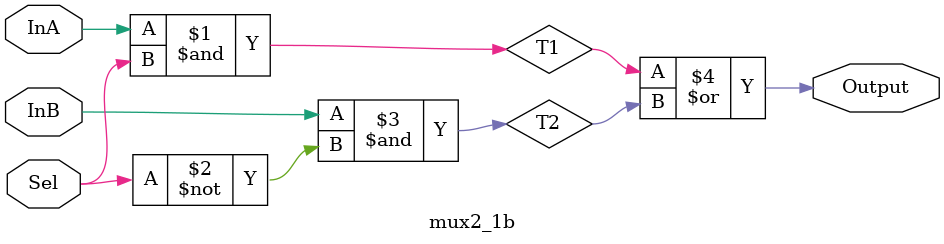
<source format=v>
module mux2_1b(Output, InA, InB, Sel);
	output Output;
	input InA,InB, Sel;
	wire T1, T2;
	and u1(T1, InA, Sel);
	and u2(T2, InB, ~Sel);
	or  u3(Output, T1, T2);
endmodule

</source>
